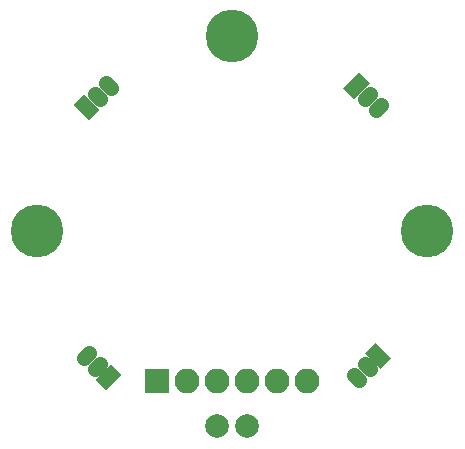
<source format=gbs>
G04 #@! TF.FileFunction,Soldermask,Bot*
%FSLAX46Y46*%
G04 Gerber Fmt 4.6, Leading zero omitted, Abs format (unit mm)*
G04 Created by KiCad (PCBNEW 4.0.6-e0-6349~53~ubuntu14.04.1) date Wed May 31 16:50:28 2017*
%MOMM*%
%LPD*%
G01*
G04 APERTURE LIST*
%ADD10C,0.100000*%
%ADD11C,1.300000*%
%ADD12C,2.000000*%
%ADD13C,4.464000*%
%ADD14R,2.100000X2.100000*%
%ADD15O,2.100000X2.100000*%
G04 APERTURE END LIST*
D10*
D11*
X66252132Y-81492132D02*
X65827868Y-81067868D01*
X67150157Y-80594107D02*
X66725893Y-80169843D01*
D10*
G36*
X64929842Y-81046655D02*
X66273345Y-82390158D01*
X65354106Y-83309397D01*
X64010603Y-81965894D01*
X64929842Y-81046655D01*
X64929842Y-81046655D01*
G37*
D11*
X66252132Y-103927868D02*
X65827868Y-104352132D01*
X65354107Y-103029843D02*
X64929843Y-103454107D01*
D10*
G36*
X65806655Y-105250158D02*
X67150158Y-103906655D01*
X68069397Y-104825894D01*
X66725894Y-106169397D01*
X65806655Y-105250158D01*
X65806655Y-105250158D01*
G37*
D12*
X76200000Y-109220000D03*
X78700000Y-109220000D03*
D11*
X88687868Y-103927868D02*
X89112132Y-104352132D01*
X87789843Y-104825893D02*
X88214107Y-105250157D01*
D10*
G36*
X90010158Y-104373345D02*
X88666655Y-103029842D01*
X89585894Y-102110603D01*
X90929397Y-103454106D01*
X90010158Y-104373345D01*
X90010158Y-104373345D01*
G37*
D11*
X88687868Y-81492132D02*
X89112132Y-81067868D01*
X89585893Y-82390157D02*
X90010157Y-81965893D01*
D10*
G36*
X89133345Y-80169842D02*
X87789842Y-81513345D01*
X86870603Y-80594106D01*
X88214106Y-79250603D01*
X89133345Y-80169842D01*
X89133345Y-80169842D01*
G37*
D13*
X60960000Y-92710000D03*
X93980000Y-92710000D03*
X77470000Y-76200000D03*
D14*
X71120000Y-105410000D03*
D15*
X73660000Y-105410000D03*
X76200000Y-105410000D03*
X78740000Y-105410000D03*
X81280000Y-105410000D03*
X83820000Y-105410000D03*
M02*

</source>
